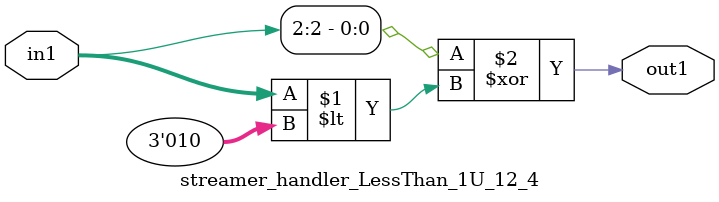
<source format=v>

`timescale 1ps / 1ps


module streamer_handler_LessThan_1U_12_4( in1, out1 );

    input [2:0] in1;
    output out1;

    
    // rtl_process:streamer_handler_LessThan_1U_12_4/streamer_handler_LessThan_1U_12_4_thread_1
    assign out1 = (in1[2] ^ in1 < 3'd2);

endmodule


</source>
